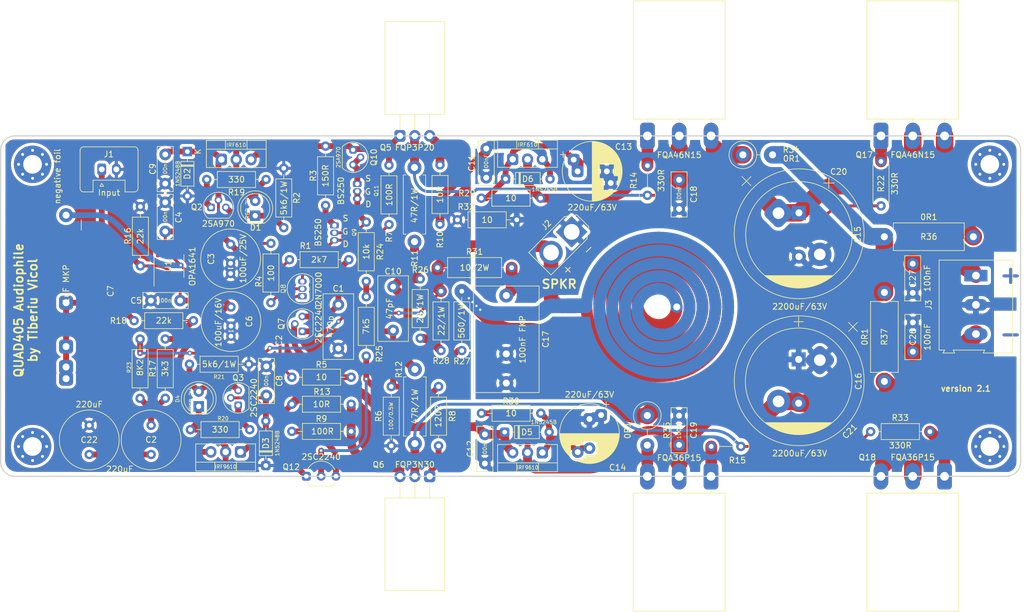
<source format=kicad_pcb>
(kicad_pcb (version 20211014) (generator pcbnew)
  (title_block (title "QUAD405 Reborn") (date "2021-04-15") (rev "17"))
  (layers (0 "F.Cu" signal) (31 "B.Cu" signal) (34 "B.Paste" user) (35 "F.Paste" user) (36 "B.SilkS" user "B.Silkscreen") (37 "F.SilkS" user "F.Silkscreen") (38 "B.Mask" user) (39 "F.Mask" user) (44 "Edge.Cuts" user))
  (net 0 "")
  (net 1 "GND")
  (net 2 "Net-(C1-Pad1)")
  (net 3 "Net-(C2-Pad1)")
  (net 4 "Net-(C3-Pad1)")
  (net 5 "Net-(C5-Pad2)")
  (net 6 "Net-(C16-Pad2)")
  (net 7 "Net-(C7-Pad2)")
  (net 8 "Net-(C8-Pad2)")
  (net 9 "Net-(C9-Pad2)")
  (net 10 "Net-(C10-Pad2)")
  (net 11 "Net-(C10-Pad1)")
  (net 12 "Net-(C11-Pad2)")
  (net 13 "GNDPWR")
  (net 14 "Net-(C12-Pad2)")
  (net 15 "Net-(C13-Pad1)")
  (net 16 "Net-(C14-Pad2)")
  (net 17 "Net-(C15-Pad1)")
  (net 18 "Net-(R17-Pad2)")
  (net 19 "Net-(C17-Pad1)")
  (net 20 "Net-(D1-Pad1)")
  (net 21 "Net-(D4-Pad2)")
  (net 22 "Net-(L1-Pad2)")
  (net 23 "Net-(J2-Pad2)")
  (net 24 "Net-(Q2-Pad1)")
  (net 25 "Net-(Q3-Pad1)")
  (net 26 "Net-(Q8-Pad2)")
  (net 27 "Net-(Q5-Pad3)")
  (net 28 "Net-(Q5-Pad2)")
  (net 29 "Net-(Q5-Pad1)")
  (net 30 "Net-(Q6-Pad3)")
  (net 31 "Net-(Q6-Pad2)")
  (net 32 "Net-(Q6-Pad1)")
  (net 33 "Net-(Q15-Pad1)")
  (net 34 "Net-(Q16-Pad1)")
  (net 35 "Net-(C7-Pad1)")
  (net 36 "Net-(J1-Pad2)")
  (net 37 "Net-(R24-Pad2)")
  (net 38 "Net-(R26-Pad2)")
  (net 39 "Net-(Q8-Pad1)")
  (net 40 "Net-(Q7-Pad2)")
  (net 41 "Net-(Q10-Pad2)")
  (net 42 "Net-(Q12-Pad2)")
  (net 43 "Net-(Q12-Pad3)")
  (net 44 "Net-(Q8-Pad3)")
  (net 45 "Net-(Q11-Pad2)")
  (net 46 "Net-(Q9-Pad1)")
  (net 47 "Net-(Q15-Pad3)")
  (net 48 "Net-(Q16-Pad3)")
  (net 49 "Net-(Q17-Pad1)")
  (net 50 "Net-(Q17-Pad3)")
  (net 51 "Net-(Q18-Pad1)")
  (net 52 "Net-(Q18-Pad3)")
  (net 53 "Net-(C2-Pad2)")
  (footprint "Resistor_THT:R_Axial_DIN0411_L9.9mm_D3.6mm_P12.70mm_Horizontal" (layer "F.Cu") (at 121.057419 101.099502 -90)
    (fp_text reference "R12")
    (fp_text value "47R/1W")
  )
  (footprint "MountingHole:MountingHole_3.2mm_M3_Pad_Via" (layer "F.Cu") (at 55.581419 114.309502)
    (fp_text reference "H1" hide)
    (fp_text value "MountingHole" hide)
  )
  (footprint "MountingHole:MountingHole_3.2mm_M3_Pad_Via" (layer "F.Cu") (at 219.53576 65.979502)
    (fp_text reference "H1" hide)
    (fp_text value "MountingHole" hide)
  )
  (footprint "Resistor_THT:R_Axial_DIN0414_L11.9mm_D4.5mm_P5.08mm_Vertical" (layer "F.Cu") (at 160.872979 108.999502 -90)
    (fp_text reference "R35")
    (fp_text value "0R1")
  )
  (footprint "Resistor_THT:R_Axial_DIN0207_L6.3mm_D2.5mm_P10.16mm_Horizontal" (layer "F.Cu") (at 142.597419 71.779502 180)
    (fp_text reference "R29")
    (fp_text value "10")
  )
  (footprint "Package_TO_SOT_THT:TO-220-3_Vertical" (layer "F.Cu") (at 87.927419 65.154502)
    (fp_text reference "Q1" hide)
    (fp_text value "IRF610")
  )
  (footprint "Resistor_THT:R_Axial_DIN0207_L6.3mm_D2.5mm_P10.16mm_Horizontal" (layer "F.Cu") (at 129.097419 97.879502 90)
    (fp_text reference "R27")
    (fp_text value "560/1W")
  )
  (footprint "Capacitor_THT:C_Disc_D7.5mm_W2.5mm_P5.00mm" (layer "F.Cu") (at 78.302979 69.289502 90)
    (fp_text reference "C9")
    (fp_text value "100nF")
  )
  (footprint "Resistor_THT:R_Axial_DIN0207_L6.3mm_D2.5mm_P10.16mm_Horizontal" (layer "F.Cu") (at 199.12 111.76)
    (fp_text reference "R33")
    (fp_text value "330R")
  )
  (footprint "Resistor_THT:R_Axial_DIN0207_L6.3mm_D2.5mm_P10.16mm_Horizontal" (layer "F.Cu") (at 125.117419 104.039502 -90)
    (fp_text reference "R8")
    (fp_text value "120R")
  )
  (footprint "Package_TO_SOT_THT:TO-220-3_Vertical" (layer "F.Cu") (at 142.897502 115.344502 180)
    (fp_text reference "Q14" hide)
    (fp_text value "IRF9610")
  )
  (footprint "Resistor_THT:R_Axial_DIN0207_L6.3mm_D2.5mm_P10.16mm_Horizontal" (layer "F.Cu") (at 116.627419 76.289502 90)
    (fp_text reference "R7")
    (fp_text value "100R")
  )
  (footprint "Resistor_THT:R_Axial_DIN0207_L6.3mm_D2.5mm_P10.16mm_Horizontal" (layer "F.Cu") (at 121.977419 85.609502 -90)
    (fp_text reference "R26")
    (fp_text value "22/1W")
  )
  (footprint "Resistor_THT:R_Axial_DIN0207_L6.3mm_D2.5mm_P10.16mm_Horizontal" (layer "F.Cu") (at 125.367419 76.239502 90)
    (fp_text reference "R10")
    (fp_text value "10R")
  )
  (footprint "Capacitor_THT:CP_Radial_D10.0mm_P5.00mm_P7.50mm" (layer "F.Cu") (at 148.937419 67.179502)
    (fp_text reference "C13")
    (fp_text value "220uF/63V")
  )
  (footprint "Package_TO_SOT_THT:TO-220-3_Horizontal_TabDown" (layer "F.Cu") (at 118.511419 61.109502)
    (fp_text reference "Q5")
    (fp_text value "FQP3P20")
  )
  (footprint "MountingHole:MountingHole_3.2mm_M3_Pad_Via" (layer "F.Cu") (at 219.54576 114.309502)
    (fp_text reference "H1" hide)
    (fp_text value "MountingHole" hide)
  )
  (footprint "Diode_THT:D_DO-35_SOD27_P7.62mm_Horizontal" (layer "F.Cu") (at 136.442825 111.849502)
    (fp_text reference "D5")
    (fp_text value "1N5245B")
  )
  (footprint "Capacitor_THT:C_Disc_D11.0mm_W5.0mm_P7.50mm" (layer "F.Cu") (at 107.957419 90.019502 -90)
    (fp_text reference "C1")
    (fp_text value "470p")
  )
  (footprint "Package_TO_SOT_THT:TO-220-3_Vertical" (layer "F.Cu") (at 137.817419 65.114502)
    (fp_text reference "Q13" hide)
    (fp_text value "IRF610")
  )
  (footprint "Package_TO_SOT_THT:TO-92" (layer "F.Cu") (at 110.477419 63.499502 -90)
    (fp_text reference "Q10")
    (fp_text value "2SA970")
  )
  (footprint "Resistor_THT:R_Axial_DIN0207_L6.3mm_D2.5mm_P10.16mm_Horizontal" (layer "F.Cu") (at 99.99 102.44)
    (fp_text reference "R5")
    (fp_text value "10")
  )
  (footprint "Resistor_THT:R_Axial_DIN0207_L6.3mm_D2.5mm_P10.16mm_Horizontal" (layer "F.Cu") (at 83.132979 92.759502 180)
    (fp_text reference "R18")
    (fp_text value "22k")
  )
  (footprint "Connector_AMASS:AMASS_XT30U-F_1x02_P5.0mm_Vertical" (layer "F.Cu") (at 147.917387 77.552614 -135)
    (fp_text reference "J2")
    (fp_text value "Screw_Terminal_01x02" hide)
  )
  (footprint "Resistor_THT:R_Axial_DIN0414_L11.9mm_D4.5mm_P15.24mm_Horizontal" (layer "F.Cu") (at 201.48 87.92 -90)
    (fp_text reference "R37" hide)
    (fp_text value "0R1")
  )
  (footprint "Resistor_THT:R_Axial_DIN0207_L6.3mm_D2.5mm_P10.16mm_Horizontal" (layer "F.Cu") (at 112.737419 75.869502 -90)
    (fp_text reference "R24")
    (fp_text value "10k")
  )
  (footprint "Diode_THT:D_DO-35_SOD27_P7.62mm_Horizontal" (layer "F.Cu") (at 136.597419 68.489502)
    (fp_text reference "D6")
    (fp_text value "1N5245B")
  )
  (footprint "Resistor_THT:R_Axial_DIN0207_L6.3mm_D2.5mm_P10.16mm_Horizontal" (layer "F.Cu") (at 73.997419 106.069502 90)
    (fp_text reference "R23")
    (fp_text value "8K2")
  )
  (footprint "Capacitor_THT:C_Disc_D7.5mm_W2.5mm_P5.00mm" (layer "F.Cu") (at 166.322979 73.63 90)
    (fp_text reference "C18")
    (fp_text value "100nF")
  )
  (footprint "Package_TO_SOT_THT:TO-92L_Inline_Wide" (layer "F.Cu") (at 102.47 119.41)
    (fp_text reference "Q12")
    (fp_text value "2SC2240")
  )
  (footprint "Resistor_THT:R_Axial_DIN0207_L6.3mm_D2.5mm_P10.16mm_Horizontal" (layer "F.Cu") (at 110.15 107.07 180)
    (fp_text reference "R13")
    (fp_text value "10R")
  )
  (footprint "Resistor_THT:R_Axial_DIN0207_L6.3mm_D2.5mm_P10.16mm_Horizontal" (layer "F.Cu") (at 78.307419 106.059502 90)
    (fp_text reference "R17")
    (fp_text value "3k3")
  )
  (footprint "Capacitor_THT:C_Disc_D7.5mm_W2.5mm_P5.00mm" (layer "F.Cu") (at 133.287419 68.279502 90)
    (fp_text reference "C11")
    (fp_text value "100nF")
  )
  (footprint "L:L_new" (layer "F.Cu") (at 162.827419 90.400002 180)
    (fp_text reference "L1" hide)
    (fp_text value "1u2" hide)
  )
  (footprint "LED_THT:LED_D5.0mm_Clear" (layer "F.Cu") (at 93.717419 74.779502 90)
    (fp_text reference "D1")
    (fp_text value "RED 2V")
  )
  (footprint "Resistor_THT:R_Axial_DIN0207_L6.3mm_D2.5mm_P10.16mm_Horizontal" (layer "F.Cu") (at 112.737419 88.659502 -90)
    (fp_text reference "R25")
    (fp_text value "7k5")
  )
  (footprint "Package_TO_SOT_THT:TO-92L_Inline" (layer "F.Cu") (at 111.197419 69.329502 -90)
    (fp_text reference "Q11")
    (fp_text value "BS250")
  )
  (footprint "Resistor_THT:R_Axial_DIN0207_L6.3mm_D2.5mm_P10.16mm_Horizontal" (layer "F.Cu") (at 82.459856 100.219502)
    (fp_text reference "R21")
    (fp_text value "5k6/1W")
  )
  (footprint "MountingHole:MountingHole_3.2mm_M3_Pad_Via" (layer "F.Cu") (at 55.581419 65.979502)
    (fp_text reference "H1" hide)
    (fp_text value "MountingHole" hide)
  )
  (footprint "Capacitor_THT:C_Radial_D10.0mm_H12.5mm_P5.00mm" (layer "F.Cu") (at 75.887419 110.679502 -90)
    (fp_text reference "C2")
    (fp_text value "220uF")
  )
  (footprint "Diode_THT:D_DO-35_SOD27_P7.62mm_Horizontal" (layer "F.Cu") (at 95.537419 117.569502 90)
    (fp_text reference "D3")
    (fp_text value "1N5248B")
  )
  (footprint "Resistor_THT:R_Axial_DIN0207_L6.3mm_D2.5mm_P5.08mm_Vertical" (layer "F.Cu") (at 160.892979 71.284502 90)
    (fp_text reference "R14")
    (fp_text value "330R")
  )
  (footprint "Package_TO_SOT_THT:TO-92L_Inline" (layer "F.Cu") (at 107.287419 76.439502 -90)
    (fp_text reference "Q9")
    (fp_text value "BS250")
  )
  (footprint "Package_TO_SOT_THT:TO-92" (layer "F.Cu") (at 86.147419 73.359502)
    (fp_text reference "Q2")
    (fp_text value "2SA970")
  )
  (footprint "Capacitor_THT:CP_Radial_D18.0mm_P7.50mm" (layer "F.Cu") (at 186.792979 99.396188 -90)
    (fp_text reference "C16")
    (fp_text value "2200uF/63V" hide)
  )
  (footprint "Capacitor_THT:CP_Radial_D22.0mm_P10.00mm_SnapIn" (layer "F.Cu") (at 183.342979 74.337925 -45)
    (fp_text reference "C20")
    (fp_text value "2200uF/63V")
  )
  (footprint "Capacitor_THT:CP_Axial_L20.0mm_D13.0mm_P26.00mm_Horizontal" (layer "F.Cu") (at 61.32 74.689502 -90)
    (fp_text reference "C7")
    (fp_text value "1uF MKP")
  )
  (footprint "Package_TO_SOT_THT:TO-220-3_Horizontal_TabDown" (layer "F.Cu") (at 123.597419 119.414502 180)
    (fp_text reference "Q6")
    (fp_text value "FQP3N30")
  )
  (footprint "Capacitor_THT:C_Disc_D11.0mm_W5.0mm_P7.50mm" (layer "F.Cu") (at 117.337419 86.939502 -90)
    (fp_text reference "C10")
    (fp_text value "47pF")
  )
  (footprint "" (layer "F.Cu") (at 61.32 102.689502)
    (fp_text reference "")
    (fp_text value "")
  )
  (footprint "Resistor_THT:R_Axial_DIN0207_L6.3mm_D2.5mm_P10.16mm_Horizontal" (layer "F.Cu") (at 98.607419 76.819502 90)
    (fp_text reference "R2")
    (fp_text value "5k6/1W")
  )
  (footprint "" (layer "F.Cu") (at 61.32 97.189502)
    (fp_text reference "")
    (fp_text value "")
  )
  (footprint "Package_TO_SOT_THT:TO-92" (layer "F.Cu") (at 101.779919 94.579502 90)
    (fp_text reference "Q7")
    (fp_text value "2SC2240")
  )
  (footprint "Package_TO_SOT_THT:TO-92" (layer "F.Cu") (at 90.799919 107.249502 90)
    (fp_text reference "Q3")
    (fp_text value "2SC2240")
  )
  (footprint "Resistor_THT:R_Axial_DIN0207_L6.3mm_D2.5mm_P10.16mm_Horizontal" (layer "F.Cu") (at 99.99 111.72)
    (fp_text reference "R9")
    (fp_text value "100R")
  )
  (footprint "Capacitor_THT:C_Rect_L18.0mm_W11.0mm_P15.00mm_FKS3_FKP3" (layer "F.Cu") (at 136.717419 88.449502 -90)
    (fp_text reference "C17")
    (fp_text value "100nF FKP")
  )
  (footprint "Resistor_THT:R_Axial_DIN0207_L6.3mm_D2.5mm_P10.16mm_Horizontal" (layer "F.Cu") (at 125.537419 97.879502 90)
    (fp_text reference "R28")
    (fp_text value "22/1W")
  )
  (footprint "Package_SO:SOIC-8_3.9x4.9mm_P1.27mm" (layer "F.Cu") (at 78.941419 83.389502 90)
    (fp_text reference "U1")
    (fp_text value "OPA1641")
  )
  (footprint "Resistor_THT:R_Axial_DIN0207_L6.3mm_D2.5mm_P10.16mm_Horizontal" (layer "F.Cu") (at 96.402979 79.519502 -90)
    (fp_text reference "R4")
    (fp_text value "100")
  )
  (footprint "Resistor_THT:R_Axial_DIN0207_L6.3mm_D2.5mm_P5.08mm_Vertical" (layer "F.Cu") (at 176.9 114.3 180)
    (fp_text reference "R15")
    (fp_text value "330R")
  )
  (footprint "TerminalBlock:TerminalBlock_Altech_AK300-3_P5.00mm" (layer "F.Cu") (at 217.15576 85.044502 -90)
    (fp_text reference "J3")
    (fp_text value "Screw_Terminal_01x03" hide)
  )
  (footprint "Resistor_THT:R_Axial_DIN0414_L11.9mm_D4.5mm_P15.24mm_Horizontal" (layer "F.Cu") (at 216.71 78.38 180)
    (fp_text reference "R36" hide)
    (fp_text value "0R1")
  )
  (footprint "Package_TO_SOT_THT:TO-220-3_Vertical" (layer "F.Cu") (at 91.189856 115.234502 180)
    (fp_text reference "Q4" hide)
    (fp_text value "IRF9610")
  )
  (footprint "Resistor_THT:R_Axial_DIN0207_L6.3mm_D2.5mm_P10.16mm_Horizontal" (layer "F.Cu") (at 82.617419 111.419502)
    (fp_text reference "R20")
    (fp_text value "330")
  )
  (footprint "Package_TO_SOT_THT:TO-3P-3_Horizontal_TabDown" (layer "F.Cu") (at 160.892979 61.109502)
    (fp_text reference "Q15" hide)
    (fp_text value "FQA46N15")
  )
  (footprint "Capacitor_THT:C_Radial_D10.0mm_H12.5mm_P5.00mm" (layer "F.Cu") (at 89.562979 95.409502 90)
    (fp_text reference "C6")
    (fp_text value "100uF/16V")
  )
  (footprint "Capacitor_THT:C_Disc_D7.5mm_W2.5mm_P5.00mm" (layer "F.Cu") (at 78.302979 72.479502 -90)
    (fp_text reference "C4")
    (fp_text value "100nF")
  )
  (footprint "Resistor_THT:R_Axial_DIN0207_L6.3mm_D2.5mm_P7.62mm_Horizontal" (layer "F.Cu") (at 200.9 73.1 90)
    (fp_text reference "R22" hide)
    (fp_text value "330R")
  )
  (footprint "Package_TO_SOT_THT:TO-3P-3_Horizontal_TabDown" (layer "F.Cu") (at 200.892979 61.109502)
    (fp_text reference "Q17")
    (fp_text value "FQA46N15")
  )
  (footprint "Resistor_THT:R_Axial_DIN0411_L9.9mm_D3.6mm_P12.70mm_Horizontal" (layer "F.Cu") (at 120.997419 66.519502 -90)
    (fp_text reference "R11")
    (fp_text value "47R/1W")
  )
  (footprint "Connector_Stocko:Stocko_MKS_1651-6-0-202_1x2_P2.50mm_Vertical" (layer "F.Cu") (at 67.432979 66.839502)
    (fp_text reference "J1")
    (fp_text value "Input")
  )
  (footprint "Resistor_THT:R_Axial_DIN0207_L6.3mm_D2.5mm_P10.16mm_Horizontal" (layer "F.Cu") (at 117.017419 104.039502 -90)
    (fp_text reference "R6")
    (fp_text value "100/0.5W")
  )
  (footprint "Resistor_THT:R_Axial_DIN0309_L9.0mm_D3.2mm_P12.70mm_Horizontal" (layer "F.Cu") (at 124.937419 83.669502)
    (fp_text reference "R31")
    (fp_text value "10/2W")
  )
  (footprint "Resistor_THT:R_Axial_DIN0414_L11.9mm_D4.5mm_P5.08mm_Vertical" (layer "F.Cu") (at 177.245 64.35)
    (fp_text reference "R34")
    (fp_text value "0R1")
  )
  (footprint "Capacitor_THT:C_Disc_D7.5mm_W2.5mm_P5.00mm" (layer "F.Cu") (at 95.627419 100.579502 -90)
    (fp_text reference "C8")
    (fp_text value "100nF")
  )
  (footprint "Capacitor_THT:CP_Radial_D22.0mm_P10.00mm_SnapIn" (layer "F.Cu") (at 190.422979 99.513968 -135)
    (fp_text reference "C21")
    (fp_text value "2200uF/63V")
  )
  (footprint "Capacitor_THT:C_Disc_D7.5mm_W2.5mm_P5.00mm" (layer "F.Cu") (at 133.050127 117.229502 90)
    (fp_text reference "C12")
    (fp_text value "100nF")
  )
  (footprint "Capacitor_THT:C_Disc_D7.5mm_W2.5mm_P5.00mm" (layer "F.Cu") (at 166.312979 114.029502 90)
    (fp_text reference "C19")
    (fp_text value "100nF")
  )
  (footprint "Capacitor_THT:C_Disc_D7.5mm_W2.5mm_P5.00mm" (layer "F.Cu") (at 75.857419 89.309502)
    (fp_text reference "C5")
    (fp_text value "100nF")
  )
  (footprint "Package_TO_SOT_THT:TO-92_Inline" (layer "F.Cu") (at 101.787419 88.569502 90)
    (fp_text reference "Q8")
    (fp_text value "2N7000")
  )
  (footprint "Resistor_THT:R_Axial_DIN0207_L6.3mm_D2.5mm_P10.16mm_Horizontal" (layer "F.Cu") (at 142.627419 108.619502 180)
    (fp_text reference "R30")
    (fp_text value "10")
  )
  (footprint "Resistor_THT:R_Axial_DIN0207_L6.3mm_D2.5mm_P10.16mm_Horizontal" (layer "F.Cu") (at 128.357419 75.479502)
    (fp_text reference "R32")
    (fp_text value "10")
  )
  (footprint "Capacitor_THT:C_Disc_D7.5mm_W2.5mm_P5.00mm" (layer "F.Cu") (at 206.332979 88 90)
    (fp_text reference "C27" hide)
    (fp_text value "100nF")
  )
  (footprint "Resistor_THT:R_Axial_DIN0207_L6.3mm_D2.5mm_P10.16mm_Horizontal" (layer "F.Cu") (at 99.587419 82.309502)
    (fp_text reference "R1")
    (fp_text value "2k7")
  )
  (footprint "Capacitor_THT:CP_Radial_D10.0mm_P5.00mm_P7.50mm" (layer "F.Cu") (at 150.96 109.6 -90)
    (fp_text reference "C14")
    (fp_text value "220uF/63V")
  )
  (footprint "Capacitor_THT:C_Radial_D10.0mm_H12.5mm_P5.00mm" (layer "F.Cu") (at 65.29 110.68 -90)
    (fp_text reference "C22")
    (fp_text value "220uF")
  )
  (footprint "LED_THT:LED_D5.0mm_Clear" (layer "F.Cu") (at 84.039856 107.439502 90)
    (fp_text reference "D4")
    (fp_text value "RED 2V")
  )
  (footprint "Capacitor_THT:CP_Radial_D18.0mm_P7.50mm" (layer "F.Cu") (at 186.842979 74.287925 -90)
    (fp_text reference "C15")
    (fp_text value "2200uF/63V" hide)
  )
  (footprint "" (layer "F.Cu") (at 61.32 89.689502)
    (fp_text reference "")
    (fp_text value "")
  )
  (footprint "Diode_THT:D_DO-35_SOD27_P7.62mm_Horizontal" (layer "F.Cu") (at 82.097419 63.789502 -90)
    (fp_text reference "D2")
    (fp_text value "1N5248B")
  )
  (footprint "Capacitor_THT:C_Radial_D10.0mm_H12.5mm_P5.00mm" (layer "F.Cu") (at 89.502979 79.679502 -90)
    (fp_text reference "C3")
    (fp_text value "100uF/25V")
  )
  (footprint "Resistor_THT:R_Axial_DIN0207_L6.3mm_D2.5mm_P10.16mm_Horizontal" (layer "F.Cu") (at 95.577419 68.579502 180)
    (fp_text reference "R19")
    (fp_text value "330")
  )
  (footprint "Package_TO_SOT_THT:TO-3P-3_Horizontal_TabDown" (layer "F.Cu") (at 211.782979 119.419502 180)
    (fp_text reference "Q18")
    (fp_text value "FQA36P15")
  )
  (footprint "Capacitor_THT:C_Disc_D7.5mm_W2.5mm_P5.00mm" (layer "F.Cu") (at 206.352979 98.06 90)
    (fp_text reference "C26")
    (fp_text value "100nF")
  )
  (footprint "Resistor_THT:R_Axial_DIN0207_L6.3mm_D2.5mm_P10.16mm_Horizontal" (layer "F.Cu") (at 105.767419 62.862002 -90)
    (fp_text reference "R3")
    (fp_text value "150R")
  )
  (footprint "Package_TO_SOT_THT:TO-3P-3_Horizontal_TabDown" (layer "F.Cu") (at 171.782979 119.419502 180)
    (fp_text reference "Q16" hide)
    (fp_text value "FQA36P15")
  )
  (footprint "Resistor_THT:R_Axial_DIN0207_L6.3mm_D2.5mm_P10.16mm_Horizontal" (layer "F.Cu") (at 74.047419 73.219502 -90)
    (fp_text reference "R16")
    (fp_text value "22k")
  )
  (gr_line (start 52.567419 61.109502) (end 222.362979 61.109502) (layer "Edge.Cuts") (width 0.2))
  (gr_arc (start 222.362979 61.109502) (mid 224.09539 61.82709) (end 224.812978 63.559501) (layer "Edge.Cuts") (width 0.2))
  (gr_line (start 224.812979 63.559502) (end 224.800567 116.967091) (layer "Edge.Cuts") (width 0.2))
  (gr_line (start 52.555007 119.417091) (end 222.350568 119.41709) (layer "Edge.Cuts") (width 0.2))
  (gr_arc (start 52.555007 119.417091) (mid 50.822595 118.699503) (end 50.105007 116.967091) (layer "Edge.Cuts") (width 0.2))
  (gr_line (start 50.117419 63.559502) (end 50.105007 116.967091) (layer "Edge.Cuts") (width 0.2))
  (gr_arc (start 224.800567 116.967091) (mid 224.082979 118.699502) (end 222.350568 119.41709) (layer "Edge.Cuts") (width 0.2))
  (gr_arc (start 50.117419 63.559502) (mid 50.835007 61.827091) (end 52.567418 61.109503) (layer "Edge.Cuts") (width 0.2))
  (gr_text "-" (at 223.102979 94.969502) (layer "F.Cu") (effects (font (size 3 3) (thickness 0.5))))
  (gr_text "+" (at 223.102979 84.869502) (layer "F.Cu") (effects (font (size 3 3) (thickness 0.5))))
  (gr_text "-" (at 223.102979 94.969502) (layer "B.Cu") (effects (font (size 3 3) (thickness 0.5))))
  (gr_text "+" (at 223.102979 84.869502) (layer "B.Cu") (effects (font (size 3 3) (thickness 0.5))))
  (gr_text "QUAD405 Audiophile\nby Tiberiu Vicol" (at 54.42444 90.989502 90) (layer "F.SilkS") (effects (font (size 1.5 1.5) (thickness 0.3))))
  (gr_text "G" (at 109.147419 77.489502) (layer "F.SilkS") (effects (font (size 1 1))))
  (gr_text "D" (at 113.097419 72.819502) (layer "F.SilkS") (effects (font (size 1 1))))
  (gr_text "S" (at 113.057419 68.409502) (layer "F.SilkS") (effects (font (size 1 1))))
  (gr_text "G" (at 113.017419 70.669502) (layer "F.SilkS") (effects (font (size 1 1))))
  (gr_text "version 2.1" (at 215.43 104.39) (layer "F.SilkS") (effects (font (size 1 1) (thickness 0.2))))
  (gr_text "S" (at 109.187419 75.229502) (layer "F.SilkS") (effects (font (size 1 1))))
  (gr_text "SPKR" (at 145.78 86.5) (layer "F.SilkS") (effects (font (size 1.5 1.5) (thickness 0.3))))
  (gr_text "D" (at 109.217419 79.639502) (layer "F.SilkS") (effects (font (size 1 1))))
  (segment (start 108.836099 83.220822) (end 109.747419 82.309502) (width 1) (layer "F.Cu") (net 2))
  (segment (start 101.779919 92.039502) (end 104.694778 92.039502) (width 1) (layer "F.Cu") (net 2))
  (segment (start 106.816099 91.160822) (end 107.957419 90.019502) (width 1) (layer "F.Cu") (net 2))
  (segment (start 107.957419 90.019502) (end 107.957419 85.342143) (width 1) (layer "F.Cu") (net 2))
  (arc (start 104.694778 92.039502) (mid 105.842829 91.81114) (end 106.816099 91.160822) (width 1) (layer "F.Cu") (net 2))
  (arc (start 108.836099 83.220822) (mid 108.18578 84.194092) (end 107.957419 85.342143) (width 1) (layer "F.Cu") (net 2))
  (segment (start 76.473206 107.893715) (end 78.307419 106.059502) (width 1) (layer "F.Cu") (net 3))
  (segment (start 75.887419 110.679502) (end 75.887419 109.307929) (width 1) (layer "F.Cu") (net 3))
  (segment (start 75.887419 110.679502) (end 75.887419 108.787929) (width 1) (layer "F.Cu") (net 3))
  (segment (start 75.301632 107.373715) (end 73.997419 106.069502) (width 1) (layer "F.Cu") (net 3))
  (arc (start 75.887419 108.787929) (mid 75.735178 108.022562) (end 75.301632 107.373715) (width 1) (layer "F.Cu") (net 3))
  (arc (start 76.473206 107.893715) (mid 76.03966 108.542562) (end 75.887419 109.307929) (width 1) (layer "F.Cu") (net 3))
  (segment (start 93.007419 65.154502) (end 93.832419 64.329502) (width 1) (layer "F.Cu") (net 4))
  (segment (start 93.832419 64.329502) (end 98.524778 64.329502) (width 1) (layer "F.Cu") (net 4))
  (segment (start 91.044299 81.220822) (end 89.502979 79.679502) (width 1) (layer "F.Cu") (net 4))
  (segment (start 100.83874 77.928181) (end 97.546098 81.220823) (width 1) (layer "F.Cu") (net 4))
  (segment (start 78.302979 80.911062) (end 78.306419 80.914502) (width 0.5) (layer "F.Cu") (net 4))
  (segment (start 78.302979 77.479502) (end 86.060338 77.479502) (width 1) (layer "F.Cu") (net 4))
  (segment (start 100.646098 65.208181) (end 100.838739 65.400822) (width 1) (layer "F.Cu") (net 4))
  (segment (start 78.302979 77.479502) (end 78.302979 80.911062) (width 0.5) (layer "F.Cu") (net 4))
  (segment (start 95.424778 82.099502) (end 93.16562 82.099502) (width 1) (layer "F.Cu") (net 4))
  (segment (start 101.717419 67.522143) (end 101.717419 75.806861) (width 1) (layer "F.Cu") (net 4))
  (segment (start 88.181659 78.358182) (end 89.502979 79.679502) (width 1) (layer "F.Cu") (net 4))
  (arc (start 101.717419 75.806861) (mid 101.489058 76.954911) (end 100.83874 77.928181) (width 1) (layer "F.Cu") (net 4))
  (arc (start 91.044299 81.220822) (mid 92.017569 81.871141) (end 93.16562 82.099502) (width 1) (layer "F.Cu") (net 4))
  (arc (start 98.524778 64.329502) (mid 99.672828 64.557863) (end 100.646098 65.208181) (width 1) (layer "F.Cu") (net 4))
  (arc (start 100.838739 65.400822) (mid 101.489058 66.374092) (end 101.717419 67.522143) (width 1) (layer "F.Cu") (net 4))
  (arc (start 88.181659 78.358182) (mid 87.208389 77.707863) (end 86.060338 77.479502) (width 1) (layer "F.Cu") (net 4))
  (arc (start 97.546098 81.220823) (mid 96.572828 81.871141) (end 95.424778 82.099502) (width 1) (layer "F.Cu") (net 4))
  (segment (start 82.413739 114.355822) (end 81.538524 113.480607) (width 1) (layer "F.Cu") (net 5))
  (segment (start 80.857419 89.309502) (end 80.857419 85.875502) (width 0.5) (layer "F.Cu") (net 5))
  (segment (start 80.659845 111.359287) (end 80.659845 100.610867) (width 1) (layer "F.Cu") (net 5))
  (segment (start 86.109856 115.234502) (end 84.53506 115.234502) (width 1) (layer "F.Cu") (net 5))
  (segment (start 88.790142 90.409502) (end 89.562979 90.409502) (width 1) (layer "F.Cu") (net 5))
  (segment (start 88.755872 89.602395) (end 89.562979 90.409502) (width 1) (layer "F.Cu") (net 5))
  (segment (start 80.857419 89.309502) (end 88.048765 89.309502) (width 1) (layer "F.Cu") (net 5))
  (segment (start 80.857419 85.875502) (end 80.846419 85.864502) (width 0.5) (layer "F.Cu") (net 5))
  (segment (start 82.124311 97.075333) (end 88.790142 90.409502) (width 1) (layer "F.Cu") (net 5))
  (segment (start 80.846419 89.298502) (end 80.857419 89.309502) (width 0.6) (layer "F.Cu") (net 5))
  (segment (start 80.659845 89.507076) (end 80.857419 89.309502) (width 1) (layer "F.Cu") (net 5))
  (arc (start 82.413739 114.355822) (mid 83.387009 115.006141) (end 84.53506 115.234502) (width 1) (layer "F.Cu") (net 5))
  (arc (start 88.755872 89.602395) (mid 88.431449 89.385622) (end 88.048765 89.309502) (width 1) (layer "F.Cu") (net 5))
  (arc (start 80.659845 100.610867) (mid 81.040447 98.69745) (end 82.124311 97.075333) (width 1) (layer "F.Cu") (net 5))
  (arc (start 81.538524 113.480607) (mid 80.888206 112.507337) (end 80.659845 111.359287) (width 1) (layer "F.Cu") (net 5))
  (segment (start 206.352979 98.06) (end 212.069194 98.06) (width 3) (layer "F.Cu") (net 6))
  (segment (start 181.351911 108.585036) (end 173.828513 108.585036) (width 3) (layer "F.Cu") (net 6))
  (segment (start 186.481827 106.585036) (end 186.792979 106.896188) (width 2) (layer "F.Cu") (net 6))
  (segment (start 139.478822 110.710905) (end 138.266098 109.498181) (width 1) (layer "F.Cu") (net 6))
  (segment (start 154.344466 116.715534) (end 158.055534 113.004466) (width 1.5) (layer "F.Cu") (net 6))
  (segment (start 165.287943 113.004466) (end 166.312979 114.029502) (width 1) (layer "F.Cu") (net 6))
  (segment (start 170.292979 110.049502) (end 166.312979 114.029502) (width 3) (layer "F.Cu") (net 6))
  (segment (start 136.144778 108.619502) (end 132.467419 108.619502) (width 1) (layer "F.Cu") (net 6))
  (segment (start 140.357502 115.344502) (end 140.357502 116.703288) (width 1.5) (layer "F.Cu") (net 6))
  (segment (start 141.834214 118.18) (end 150.808932 118.18) (width 1.5) (layer "F.Cu") (net 6))
  (segment (start 161.591068 111.54) (end 161.752409 111.54) (width 1) (layer "F.Cu") (net 6))
  (segment (start 140.357502 115.344502) (end 140.357502 112.832226) (width 1) (layer "F.Cu") (net 6))
  (segment (start 206.352979 98.06) (end 206.352979 119.399502) (width 3) (layer "F.Cu") (net 6))
  (segment (start 215.604728 96.595534) (end 217.15576 95.044502) (width 3) (layer "F.Cu") (net 6))
  (segment (start 201.451068 98.06) (end 206.352979 98.06) (width 3) (layer "F.Cu") (net 6))
  (segment (start 183.351911 106.585036) (end 186.481827 106.585036) (width 3) (layer "F.Cu") (net 6))
  (segment (start 140.650395 117.410395) (end 141.127107 117.887107) (width 1.5) (layer "F.Cu") (net 6))
  (segment (start 186.792979 106.896188) (end 188.472744 106.896188) (width 3) (layer "F.Cu") (net 6))
  (segment (start 192.008278 105.431722) (end 197.915534 99.524466) (width 3) (layer "F.Cu") (net 6))
  (segment (start 166.312979 114.029502) (end 166.312979 117.069502) (width 3) (layer "F.Cu") (net 6))
  (segment (start 166.312979 117.069502) (end 166.302979 117.079502) (width 1.25) (layer "F.Cu") (net 6))
  (segment (start 183.351911 106.585036) (end 181.351911 108.585036) (width 3) (layer "F.Cu") (net 6))
  (segment (start 206.352979 119.399502) (end 206.332979 119.419502) (width 2.5) (layer "F.Cu") (net 6))
  (arc (start 192.008278 105.431722) (mid 190.386161 106.515586) (end 188.472744 106.896188) (width 3) (layer "F.Cu") (net 6))
  (arc (start 140.357502 116.703288) (mid 140.433622 117.085971) (end 140.650395 117.410395) (width 1.5) (layer "F.Cu") (net 6))
  (arc (start 173.828513 108.585036) (mid 171.915096 108.965638) (end 170.292979 110.049502) (width 3) (layer "F.Cu") (net 6))
  (arc (start 136.144778 108.619502) (mid 137.292828 108.847863) (end 138.266098 109.498181) (width 1) (layer "F.Cu") (net 6))
  (arc (start 158.055534 113.004466) (mid 159.677651 111.920602) (end 161.591068 111.54) (width 1.5) (layer "F.Cu") (net 6))
  (arc (start 201.451068 98.06) (mid 199.537651 98.440602) (end 197.915534 99.524466) (width 3) (layer "F.Cu") (net 6))
  (arc (start 165.287943 113.004466) (mid 163.665826 111.920602) (end 161.752409 111.54) (width 1.5) (layer "F.Cu") (net 6))
  (arc (start 141.127107 117.887107) (mid 141.45153 118.10388) (end 141.834214 118.18) (width 1.5) (layer "F.Cu") (net 6))
  (arc (start 154.344466 116.715534) (mid 152.722349 117.799398) (end 150.808932 118.18) (width 1.5) (layer "F.Cu") (net 6))
  (arc (start 139.478822 110.710905) (mid 140.129141 111.684175) (end 140.357502 112.832226) (width 1) (layer "F.Cu") (net 6))
  (arc (start 212.069194 98.06) (mid 213.982611 97.679398) (end 215.604728 96.595534) (width 3) (layer "F.Cu") (net 6))
  (segment (start 69.902979 89.689502) (end 72.972979 92.759502) (width 1) (layer "F.Cu") (net 7))
  (segment (start 61.32 89.689502) (end 69.902979 89.689502) (width 1) (layer "F.Cu") (net 7))
  (segment (start 61.32 89.689502) (end 61.32 102.689502) (width 1) (layer "F.Cu") (net 7))
  (segment (start 95.227419 105.979502) (end 95.627419 105.579502) (width 0.5) (layer "F.Cu") (net 8))
  (segment (start 95.537419 111.323519) (end 91.626436 115.234502) (width 1) (layer "F.Cu") (net 8))
  (segment (start 95.537419 105.669502) (end 95.627419 105.579502) (width 1) (layer "F.Cu") (net 8))
  (segment (start 95.237419 105.969502) (end 95.627419 105.579502) (width 1) (layer "F.Cu") (net 8))
  (segment (start 95.537419 109.949502) (end 95.537419 111.323519) (width 1) (layer "F.Cu") (net 8))
  (segment (start 95.537419 109.949502) (end 95.537419 105.669502) (width 1) (layer "F.Cu") (net 8))
  (segment (start 89.529919 105.979502) (end 95.227419 105.979502) (width 0.5) (layer "F.Cu") (net 8))
  (segment (start 91.626436 115.234502) (end 91.189856 115.234502) (width 1) (layer "F.Cu") (net 8))
  (segment (start 87.417419 65.664502) (end 87.927419 65.154502) (width 1) (layer "F.Cu") (net 9))
  (segment (start 82.097419 63.789502) (end 78.802979 63.789502) (width 1) (layer "F.Cu") (net 9))
  (segment (start 82.097419 63.789502) (end 85.319778 63.789502) (width 1) (layer "F.Cu") (net 9))
  (segment (start 78.802979 63.789502) (end 78.302979 64.289502) (width 1) (layer "F.Cu") (net 9))
  (segment (start 87.417419 72.089502) (end 87.417419 73.786861) (width 0.5) (layer "F.Cu") (net 9))
  (segment (start 87.441099 64.668182) (end 87.927419 65.154502) (width 1) (layer "F.Cu") (net 9))
  (segment (start 87.417419 72.089502) (end 87.417419 65.664502) (width 1) (layer "F.Cu") (net 9))
  (segment (start 93.15006 79.519502) (end 96.402979 79.519502) (width 0.5) (layer "F.Cu") (net 9))
  (segment (start 88.296099 75.908182) (end 91.02874 78.640823) (width 0.5) (layer "F.Cu") (net 9))
  (arc (start 87.417419 73.786861) (mid 87.64578 74.934912) (end 88.296099 75.908182) (width 0.5) (layer "F.Cu") (net 9))
  (arc (start 93.15006 79.519502) (mid 92.00201 79.291141) (end 91.02874 78.640823) (width 0.5) (layer "F.Cu") (net 9))
  (arc (start 85.319778 63.789502) (mid 86.467829 64.017864) (end 87.441099 64.668182) (width 1) (layer "F.Cu") (net 9))
  (segment (start 128.467419 97.879502) (end 123.186098 103.160823) (width 1) (layer "F.Cu") (net 10))
  (segment (start 129.097419 97.879502) (end 128.467419 97.879502) (width 1) (layer "F.Cu") (net 10))
  (segment (start 121.064778 104.039502) (end 117.017419 104.039502) (width 1) (layer "F.Cu") (net 10))
  (segment (start 117.337419 103.719502) (end 117.017419 104.039502) (width 1) (layer "F.Cu") (net 10))
  (segment (start 101.779919 94.579502) (end 117.197419 94.579502) (width 1) (layer "F.Cu") (net 10))
  (segment (start 117.337419 94.439502) (end 117.337419 103.719502) (width 1) (layer "F.Cu") (net 10))
  (segment (start 117.197419 94.579502) (end 117.337419 94.439502) (width 1) (layer "F.Cu") (net 10))
  (arc (start 121.064778 104.039502) (mid 122.212828 103.811141) (end 123.186098 103.160823) (width 1) (layer "F.Cu") (net 10))
  (segment (start 120.997419 84.215288) (end 120.997419 79.219502) (width 1.5) (layer "F.Cu") (net 11))
  (segment (start 120.997419 82.141502) (end 120.997419 79.219502) (width 1.5) (layer "F.Cu") (net 11))
  (segment (start 119.857419 99.899502) (end 119.857419 90.702143) (width 1.5) (layer "F.Cu") (net 11))
  (segment (start 118.374526 85.902395) (end 117.337419 86.939502) (width 1.5) (layer "F.Cu") (net 11))
  (segment (start 121.977419 85.609502) (end 119.081633 85.609502) (width 1.5) (layer "F.Cu") (net 11))
  (segment (start 121.977419 85.609502) (end 121.290312 84.922395) (width 1.5) (layer "F.Cu") (net 11))
  (segment (start 118.978739 88.580822) (end 117.337419 86.939502) (width 1.5) (layer "F.Cu") (net 11))
  (segment (start 121.057419 101.099502) (end 119.857419 99.899502) (width 1.5) (layer "F.Cu") (net 11))
  (arc (start 119.857419 90.702143) (mid 119.629057 89.554092) (end 118.978739 88.580822) (width 1.5) (layer "F.Cu") (net 11))
  (arc (start 121.290312 84.922395) (mid 121.073539 84.597972) (end 120.997419 84.215288) (width 1.5) (layer "F.Cu") (net 11))
  (arc (start 118.374526 85.902395) (mid 118.698949 85.685622) (end 119.081633 85.609502) (width 1.5) (layer "F.Cu") (net 11))
  (segment (start 91.529133 62.862002) (end 105.767419 62.862002) (width 1) (layer "F.Cu") (net 12))
  (segment (start 143.338739 65.555822) (end 142.897419 65.114502) (width 1) (layer "F.Cu") (net 12))
  (segment (start 93.717419 72.239502) (end 93.717419 71.682143) (width 1) (layer "F.Cu") (net 12))
  (segment (start 110.477419 63.499502) (end 110.60693 63.369991) (width 1) (layer "F.Cu") (net 12))
  (segment (start 90.467419 65.154502) (end 90.467419 64.885722) (width 1) (layer "F.Cu") (net 12))
  (segment (start 90.760312 63.216609) (end 90.822026 63.154895) (width 1) (layer "F.Cu") (net 12))
  (segment (start 118.605846 71.335288) (end 120.980564 71.335288) (width 1) (layer "F.Cu") (net 12))
  (segment (start 110.60693 63.369991) (end 112.563694 63.369991) (width 1) (layer "F.Cu") (net 12))
  (segment (start 114.047419 65.267929) (end 114.047419 66.776861) (width 1) (layer "F.Cu") (net 12))
  (segment (start 91.346099 69.868182) (end 93.717419 72.239502) (width 1) (layer "F.Cu") (net 12))
  (segment (start 125.367419 76.239502) (end 125.367419 74.479502) (width 1.5) (layer "F.Cu") (net 12))
  (segment (start 114.926099 68.898182) (end 116.484526 70.456609) (width 1) (layer "F.Cu") (net 12))
  (segment (start 109.839919 62.862002) (end 110.477419 63.499502) (width 1) (layer "F.Cu") (net 12))
  (segment (start 125.367419 73.02616) (end 125.347419 73.00616) (width 1) (layer "F.Cu") (net 12))
  (segment (start 90.467419 65.154502) (end 90.467419 67.746861) (width 1) (layer "F.Cu") (net 12))
  (segment (start 123.101885 72.213968) (end 125.367419 74.479502) (width 1) (layer "F.Cu") (net 12))
  (segment (start 133.287419 63.823519) (end 126.226098 70.88484) (width 1.5) (layer "F.Cu") (net 12))
  (segment (start 144.217419 68.489502) (end 144.217419 67.677143) (width 1) (layer "F.Cu") (net 12))
  (segment (start 133.287419 63.279502) (end 133.287419 63.823519) (width 1.5) (layer "F.Cu") (net 12))
  (segment (start 94.596099 69.560822) (end 95.577419 68.579502) (width 1) (layer "F.Cu") (net 12))
  (segment (start 90.467419 65.154502) (end 90.467419 63.923716) (width 1) (layer "F.Cu") (net 12))
  (segment (start 105.767419 62.862002) (end 109.839919 62.862002) (width 1) (layer "F.Cu") (net 12))
  (segment (start 125.367419 74.479502) (end 125.367419 73.02616) (width 1.5) (layer "F.Cu") (net 12))
  (segment (start 113.270801 63.662884) (end 113.461632 63.853715) (width 1) (layer "F.Cu") (net 12))
  (arc (start 113.461632 63.853715) (mid 113.895178 64.502562) (end 114.047419 65.267929) (width 1) (layer "F.Cu") (net 12))
  (arc (start 91.529133 62.862002) (mid 91.14645 62.938122) (end 90.822026 63.154895) (width 1) (layer "F.Cu") (net 12))
  (arc (start 120.980564 71.335288) (mid 122.128615 71.56365) (end 123.101885 72.213968) (width 1) (layer "F.Cu") (net 12))
  (arc (start 143.338739 65.555822) (mid 143.989058 66.529092) (end 144.217419 67.677143) (width 1) (layer "F.Cu") (net 12))
  (arc (start 126.226098 70.88484) (mid 125.57578 71.85811) (end 125.347419 73.00616) (width 1.5) (layer "F.Cu") (net 12))
  (arc (start 93.717419 71.682143) (mid 93.945781 70.534092) (end 94.596099 69.560822) (width 1) (layer "F.Cu") (net 12))
  (arc (start 114.926099 68.898182) (mid 114.27578 67.924912) (end 114.047419 66.776861) (width 1) (layer "F.Cu") (net 12))
  (arc (start 90.760312 63.216609) (mid 90.543539 63.541032) (end 90.467419 63.923716) (width 1) (layer "F.Cu") (net 12))
  (arc (start 91.346099 69.868182) (mid 90.69578 68.894912) (end 90.467419 67.746861) (width 1) (layer "F.Cu") (net 12))
  (arc (start 112.563694 63.369991) (mid 112.946378 63.446111) (end 113.270801 63.662884) (width 1) (layer "F.Cu") (net 12))
  (arc (start 118.605846 71.335288) (mid 117.457796 71.106927) (end 116.484526 70.456609) (width 1) (layer "F.Cu") (net 12))
  (segment (start 133.287419 63.279502) (end 133.897419 62.669502) (width 1.5) (layer "B.Cu") (net 12))
  (segment (start 142.897419 65.09321) (end 142.897419 65.114502) (width 1.25) (layer "B.Cu") (net 12))
  (segment (start 133.897419 62.669502) (end 140.214778 62.669502) (width 1.5) (layer "B.Cu") (net 12))
  (segment (start 142.897419 64.109502) (end 142.897419 65.114502) (width 1.5) (layer "B.Cu") (net 12))
  (segment (start 142.336099 63.548182) (end 142.897419 64.109502) (width 1.5) (layer "B.Cu") (net 12))
  (arc (start 140.214778 62.669502) (mid 141.362829 62.897864) (end 142.336099 63.548182) (width 1.5) (layer "B.Cu") (net 12))
  (segment (start 88.649856 114.291939) (end 86.656098 112.298181) (width 1) (layer "F.Cu") (net 14))
  (segment (start 137.321505 114.848505) (end 137.817502 115.344502) (width 1.5) (layer "F.Cu") (net 14))
  (segment (start 98.49868 115.48868) (end 101.8 118.79) (width 1) (layer "F.Cu") (net 14))
  (segment (start 133.050127 112.229502) (end 132.03302 111.212395) (width 1.5) (layer "F.Cu") (net 14))
  (segment (start 131.325913 110.919502) (end 119.142143 110.919502) (width 1.5) (layer "F.Cu") (net 14))
  (segment (start 101.41132 105.64868) (end 99.99 107.07) (width 1.5) (layer "F.Cu") (net 14))
  (segment (start 97.62 112.3) (end 97.62 113.367359) (width 1) (layer "F.Cu") (net 14))
  (segment (start 84.039856 107.439502) (end 84.039856 109.168638) (width 1) (layer "F.Cu") (net 14))
  (segment (start 97.62 112.3) (end 93.249177 116.670823) (width 1) (layer "F.Cu") (net 14))
  (segment (start 88.649856 117.431939) (end 88.649856 115.234502) (width 1) (layer "F.Cu") (net 14))
  (segment (start 136.062825 112.229502) (end 136.442825 111.849502) (width 1) (layer "F.Cu") (net 14))
  (segment (start 88.767419 117.549502) (end 88.649856 117.431939) (width 1) (layer "F.Cu") (net 14))
  (segment (start 84.534778 111.419502) (end 82.617419 111.419502) (width 1) (layer "F.Cu") (net 14))
  (segment (start 110.507359 104.77) (end 103.532641 104.77) (width 1.5) (layer "F.Cu") (net 14))
  (segment (start 88.649856 115.234502) (end 88.649856 114.291939) (width 1) (layer "F.Cu") (net 14))
  (segment (start 136.442825 111.849502) (end 136.442825 112.727184) (width 1.5) (layer "F.Cu") (net 14))
  (segment (start 91.127857 117.549502) (end 88.767419 117.549502) (width 1) (layer "F.Cu") (net 14))
  (segment (start 97.62 110.682641) (end 97.62 112.3) (width 1) (layer "F.Cu") (net 14))
  (segment (start 117.020822 110.040822) (end 112.628679 105.648679) (width 1.5) (layer "F.Cu") (net 14))
  (segment (start 83.454069 110.582852) (end 82.617419 111.419502) (width 1) (layer "F.Cu") (net 14))
  (segment (start 99.99 107.07) (end 98.498679 108.561321) (width 1) (layer "F.Cu") (net 14))
  (segment (start 133.050127 112.229502) (end 136.062825 112.229502) (width 1.5) (layer "F.Cu") (net 14))
  (arc (start 84.039856 109.168638) (mid 83.887615 109.934005) (end 83.454069 110.582852) (width 1) (layer "F.Cu") (net 14))
  (arc (start 98.49868 115.48868) (mid 97.848361 114.51541) (end 97.62 113.367359) (width 1) (layer "F.Cu") (net 14))
  (arc (start 119.142143 110.919502) (mid 117.994092 110.69114) (end 117.020822 110.040822) (width 1.5) (layer "F.Cu") (net 14))
  (arc (start 103.532641 104.77) (mid 102.38459 104.998362) (end 101.41132 105.64868) (width 1.5) (layer "F.Cu") (net 14))
  (arc (start 98.498679 108.561321) (mid 97.848361 109.534591) (end 97.62 110.682641) (width 1) (layer "F.Cu") (net 14))
  (arc (start 93.249177 116.670823) (mid 92.275907 117.321141) (end 91.127857 117.549502) (width 1) (layer "F.Cu") (net 14))
  (arc (start 84.534778 111.419502) (mid 85.682828 111.647863) (end 86.656098 112.298181) (width 1) (layer "F.Cu") (net 14))
  (arc (start 132.03302 111.212395) (mid 131.708597 110.995622) (end 131.325913 110.919502) (width 1.5) (layer "F.Cu") (net 14))
  (arc (start 136.442825 112.727184) (mid 136.671187 113.875235) (end 137.321505 114.848505) (width 1.5) (layer "F.Cu") (net 14))
  (arc (start 110.507359 104.77) (mid 111.655409 104.998361) (end 112.628679 105.648679) (width 1.5) (layer "F.Cu") (net 14))
  (segment (start 144.722634 62.879502) (end 140.10006 62.879502) (width 1) (layer "F.Cu") (net 15))
  (segment (start 148.265275 65.179502) (end 146.843954 63.758181) (width 1) (layer "F.Cu") (net 15))
  (segment (start 133.307419 71.779502) (end 136.597419 68.489502) (width 1) (layer "F.Cu") (net 15))
  (segment (start 137.476099 65.455822) (end 137.817419 65.114502) (width 1) (layer "F.Cu") (net 15))
  (segment (start 132.437419 71.779502) (end 133.307419 71.779502) (width 1) (layer "F.Cu") (net 15))
  (segment (start 137.817419 64.126609) (end 137.817419 65.114502) (width 1) (layer "F.Cu") (net 15))
  (segment (start 148.937419 65.851646) (end 148.265275 65.179502) (width 2) (layer "F.Cu") (net 15))
  (segment (start 148.937419 67.179502) (end 148.937419 65.851646) (width 2) (layer "F.Cu") (net 15))
  (segment (start 136.597419 68.489502) (end 136.597419 67.577143) (width 1) (layer "F.Cu") (net 15))
  (segment (start 137.978739 63.758182) (end 137.963865 63.773056) (width 1) (layer "F.Cu") (net 15))
  (arc (start 146.843954 63.758181) (mid 145.870684 63.107863) (end 144.722634 62.879502) (width 1) (layer "F.Cu") (net 15))
  (arc (start 137.476099 65.455822) (mid 136.82578 66.429092) (end 136.597419 67.577143) (width 1) (layer "F.Cu") (net 15))
  (arc (start 140.10006 62.879502) (mid 138.952009 63.107864) (end 137.978739 63.758182) (width 1) (layer "F.Cu") (net 15))
  (arc (start 137.963865 63.773056) (mid 137.855479 63.935268) (end 137.817419 64.126609) (width 1) (layer "F.Cu") (net 15))
  (segment (start 143.184145 115.057859) (end 142.897502 115.344502) (width 1) (layer "F.Cu") (net 16))
  (segment (start 143.184145 109.176228) (end 142.627419 108.619502) (width 1) (layer "F.Cu") (net 16))
  (segment (start 149.632144 114.6) (end 148.96 115.272144) (width 1) (layer "F.Cu") (net 16))
  (segment (start 144.062825 112.936538) (end 144.553326 112.936538) (width 1) (layer "F.Cu") (net 16))
  (segment (start 150.96 114.6) (end 149.632144 114.6) (width 1) (layer "F.Cu") (net 16))
  (segment (start 144.062825 111.849502) (end 144.062825 111.297549) (width 1) (layer "F.Cu") (net 16))
  (segment (start 144.062825 111.849502) (end 144.062825 112.936538) (width 1) (layer "F.Cu") (net 16))
  (segment (start 148.08886 114.401004) (end 148.96 115.272144) (width 1) (layer "F.Cu") (net 16))
  (arc (start 143.184145 109.176228) (mid 143.834464 110.149498) (end 144.062825 111.297549) (width 1) (layer "F.Cu") (net 16))
  (arc (start 143.184145 115.057859) (mid 143.834464 114.084589) (end 144.062825 112.936538) (width 1) (layer "F.Cu") (net 16))
  (arc (start 148.08886 114.401004) (mid 146.466743 113.31714) (end 144.553326 112.936538) (width 1) (layer "F.Cu") (net 16))
  (segment (start 166.322979 68.63) (end 166.322979 66.247021) (width 3) (layer "F.Cu") (net 17))
  (segment (start 161.031068 68.63) (end 166.322979 68.63) (width 1.5) (layer "F.Cu") (net 17))
  (segment (start 166.322979 68.63) (end 175.563986 68.63) (width 3) (layer "F.Cu") (net 17))
  (segment (start 206.332979 83) (end 213.04019 83) (width 3) (layer "F.Cu") (net 17))
  (segment (start 179.09952 70.094466) (end 183.342979 74.337925) (width 3) (layer "F.Cu") (net 17))
  (segment (start 157.274964 70.315036) (end 157.495534 70.094466) (width 1.5) (layer "F.Cu") (net 17))
  (segment (start 206.332979 68.377021) (end 206.332979 61.119502) (width 3) (layer "F.Cu") (net 17))
  (segment (start 142.597419 71.779502) (end 153.73943 71.779502) (width 1.5) (layer "F.Cu") (net 17))
  (segment (start 206.332979 69.642979) (end 206.33 69.64) (width 3) (layer "F.Cu") (net 17))
  (segment (start 216.575724 84.464466) (end 217.15576 85.044502) (width 2.5) (layer "F.Cu") (net 17))
  (segment (start 190.026438 71.104466) (end 186.842979 74.287925) (width 3) (layer "F.Cu") (net 17))
  (segment (start 140.357419 65.114502) (end 140.357419 68.296861) (width 1.5) (layer "F.Cu") (net 17))
  (segment (start 141.236099 70.418182) (end 142.597419 71.779502) (width 1.5) (layer "F.Cu") (net 17))
  (segment (start 166.322979 66.247021) (end 166.322979 63.362979) (width 3) (layer "F.Cu") (net 17))
  (segment (start 206.332979 72.277021) (end 206.332979 68.377021) (width 3) (layer "F.Cu") (net 17))
  (segment (start 183.392979 74.287925) (end 183.342979 74.337925) (width 3) (layer "F.Cu") (net 17))
  (segment (start 206.332979 61.119502) (end 206.342979 61.109502) (width 2.5) (layer "F.Cu") (net 17))
  (segment (start 206.332979 83) (end 206.332979 72.277021) (width 3) (layer "F.Cu") (net 17))
  (segment (start 206.33 69.64) (end 193.561972 69.64) (width 3) (layer "F.Cu") (net 17))
  (segment (start 166.322979 63.362979) (end 166.32 63.36) (width 3) (layer "F.Cu") (net 17))
  (segment (start 186.842979 74.287925) (end 183.392979 74.287925) (width 3) (layer "F.Cu") (net 17))
  (arc (start 179.09952 70.094466) (mid 177.477403 69.010602) (end 175.563986 68.63) (width 3) (layer "F.Cu") (net 17))
  (arc (start 140.357419 68.296861) (mid 140.585781 69.444912) (end 141.236099 70.418182) (width 1.5) (layer "F.Cu") (net 17))
  (arc (start 161.031068 68.63) (mid 159.117651 69.010602) (end 157.495534 70.094466) (width 1.5) (layer "F.Cu") (net 17))
  (arc (start 153.73943 71.779502) (mid 155.652847 71.3989) (end 157.274964 70.315036) (width 1.5) (layer "F.Cu") (net 17))
  (arc (start 213.04019 83) (mid 214.953607 83.380602) (end 216.575724 84.464466) (width 3) (layer "F.Cu") (net 17))
  (arc (start 190.026438 71.104466) (mid 191.648555 70.020602) (end 193.561972 69.64) (width 3) (layer "F.Cu") (net 17))
  (segment (start 78.306419 91.302942) (end 78.8843 91.880823) (width 0.5) (layer "F.Cu") (net 18))
  (segment (start 78.307419 95.899502) (end 79.578765 95.899502) (width 1) (layer "F.Cu") (net 18))
  (segment (start 78.306419 85.864502) (end 78.306419 91.302942) (width 0.5) (layer "F.Cu") (net 18))
  (segment (start 81.00562 92.759502) (end 83.132979 92.759502) (width 0.5) (layer "F.Cu") (net 18))
  (segment (start 78.306419 95.898502) (end 78.307419 95.899502) (width 0.6) (layer "F.Cu") (net 18))
  (segment (start 80.285872 95.606609) (end 83.132979 92.759502) (width 1) (layer "F.Cu") (net 18))
  (arc (start 81.00562 92.759502) (mid 79.85757 92.531141) (end 78.8843 91.880823) (width 0.5) (layer "F.Cu") (net 18))
  (arc (start 80.285872 95.606609) (mid 79.961449 95.823382) (end 79.578765 95.899502) (width 1) (layer "F.Cu") (net 18))
  (segment (start 137.344526 87.822395) (end 136.717419 88.449502) (width 2) (layer "F.Cu") (net 19))
  (segment (start 137.637419 83.669502) (end 137.637419 87.115288) (width 2) (layer "F.Cu") (net 19))
  (arc (start 137.344526 87.822395) (mid 137.561299 87.497972) (end 137.637419 87.115288) (width 2) (layer "F.Cu") (net 19))
  (segment (start 93.717419 74.779502) (end 95.324778 74.779502) (width 1) (layer "F.Cu") (net 20))
  (segment (start 89.228739 73.900822) (end 88.687419 73.359502) (width 1) (layer "F.Cu") (net 20))
  (segment (start 93.717419 74.779502) (end 91.35006 74.779502) (width 1) (layer "F.Cu") (net 20))
  (segment (start 97.446099 75.658182) (end 98.607419 76.819502) (width 1) (layer "F.Cu") (net 20))
  (arc (start 95.324778 74.779502) (mid 96.472829 75.007864) (end 97.446099 75.658182) (width 1) (layer "F.Cu") (net 20))
  (arc (start 89.228739 73.900822) (mid 90.202009 74.551141) (end 91.35006 74.779502) (width 1) (layer "F.Cu") (net 20))
  (segment (start 83.045643 103.905289) (end 84.039856 104.899502) (width 1) (layer "F.Cu") (net 21))
  (segment (start 84.039856 104.899502) (end 84.35407 104.585288) (width 1) (layer "F.Cu") (net 21))
  (segment (start 85.768283 103.999502) (end 90.089919 103.999502) (width 1) (layer "F.Cu") (net 21))
  (segment (start 90.089919 103.999502) (end 90.799919 104.709502) (width 1) (layer "F.Cu") (net 21))
  (segment (start 82.459856 100.219502) (end 82.459856 102.491075) (width 1) (layer "F.Cu") (net 21))
  (segment (start 84.239856 104.699502) (end 84.039856 104.899502) (width 1) (layer "F.Cu") (net 21))
  (arc (start 83.045643 103.905289) (mid 82.612097 103.256442) (end 82.459856 102.491075) (width 1) (layer "F.Cu") (net 21))
  (arc (start 84.35407 104.585288) (mid 85.002916 104.151743) (end 85.768283 103.999502) (width 1) (layer "F.Cu") (net 21))
  (segment (start 201.48 87.92) (end 201.48 78.39) (width 3) (layer "F.Cu") (net 22))
  (segment (start 131.603958 90.226042) (end 130.953958 89.576042) (width 2.5) (layer "F.Cu") (net 22))
  (segment (start 201.47 87.91) (end 201.48 87.92) (width 3) (layer "F.Cu") (net 22))
  (segment (start 130.953958 89.576042) (end 130.303958 88.926042) (width 2.5) (layer "F.Cu") (net 22))
  (segment (start 132.263958 90.886042) (end 131.603958 90.226042) (width 2.5) (layer "F.Cu") (net 22))
  (segment (start 156.530822 108.120822) (end 144.264466 95.854466) (width 2.5) (layer "F.Cu") (net 22))
  (segment (start 191.261068 87.92) (end 201.48 87.92) (width 3) (layer "F.Cu") (net 22))
  (segment (start 134.303451 92.925534) (end 132.263958 90.886042) (width 2.5) (layer "F.Cu") (net 22))
  (segment (start 130.303958 88.926042) (end 129.097419 87.719502) (width 2.5) (layer "F.Cu") (net 22))
  (segment (start 160.872979 108.999502) (end 162.898015 106.974466) (width 3) (layer "F.Cu") (net 22))
  (segment (start 140.728932 94.39) (end 137.838985 94.39) (width 2.5) (layer "F.Cu") (net 22))
  (segment (start 201.48 78.39) (end 201.47 78.38) (width 3) (layer "F.Cu") (net 22))
  (segment (start 173.064466 104.045534) (end 187.725534 89.384466) (width 3) (layer "F.Cu") (net 22))
  (segment (start 160.872979 108.999502) (end 158.652143 108.999502) (width 2.5) (layer "F.Cu") (net 22))
  (segment (start 166.433549 105.51) (end 169.528932 105.51) (width 3) (layer "F.Cu") (net 22))
  (via (at 131.603958 90.226042) (size 0.8) (drill 0.4) (layers "F.Cu" "B.Cu") (net 22))
  (via (at 130.303958 88.926042) (size 0.8) (drill 0.4) (layers "F.Cu" "B.Cu") (net 22))
  (via (at 132.263958 90.886042) (size 0.8) (drill 0.4) (layers "F.Cu" "B.Cu") (net 22))
  (via (at 130.953958 89.576042) (size 0.8) (drill 0.4) (layers "F.Cu" "B.Cu") (net 22))
  (arc (start 187.725534 89.384466) (mid 189.347651 88.300602) (end 191.261068 87.92) (width 3) (layer "F.Cu") (net 22))
  (arc (start 158.652143 108.999502) (mid 157.504092 108.77114) (end 156.530822 108.120822) (width 2.5) (layer "F.Cu") (net 22))
  (arc (start 173.064466 104.045534) (mid 171.442349 105.129398) (end 169.528932 105.51) (width 3) (layer "F.Cu") (net 22))
  (arc (start 162.898015 106.974466) (mid 164.520132 105.890602) (end 166.433549 105.51) (width 3) (layer "F.Cu") (net 22))
  (arc (start 140.728932 94.39) (mid 142.642349 94.770602) (end 144.264466 95.854466) (width 2.5) (layer "F.Cu") (net 22))
  (arc (start 134.303451 92.925534) (mid 135.925568 94.009398) (end 137.838985 94.39) (width 2.5) (layer "F.Cu") (net 22))
  (segment (start 201.47 78.38) (end 199.568427 78.38) (width 3) (layer "B.Cu") (net 22))
  (segment (start 144.695846 90.21) (end 148.577419 90.21) (width 2.5) (layer "B.Cu") (net 22))
  (segment (start 143.103704 90.973715) (end 143.281633 90.795786) (width 2.5) (layer "B.Cu") (net 22))
  (segment (start 135.008487 91.559502) (end 141.68949 91.559502) (width 2.5) (layer "B.Cu") (net 22))
  (segment (start 198.154213 77.794213) (end 185.295786 64.935786) (width 3) (layer "B.Cu") (net 22))
  (segment (start 183.881573 64.35) (end 182.325 64.35) (width 3) (layer "B.Cu") (net 22))
  (segment (start 129.097419 87.719502) (end 131.472953 90.095036) (width 2.5) (layer "B.Cu") (net 22))
  (arc (start 131.472953 90.095036) (mid 133.09507 91.1789) (end 135.008487 91.559502) (width 2.5) (layer "B.Cu") (net 22))
  (arc (start 143.281633 90.795786) (mid 143.930479 90.362241) (end 144.695846 90.21) (width 2.5) (layer "B.Cu") (net 22))
  (arc (start 198.154213 77.794213) (mid 198.80306 78.227759) (end 199.568427 78.38) (width 3) (layer "B.Cu") (net 22))
  (arc (start 143.103704 90.973715) (mid 142.454857 91.407261) (end 141.68949 91.559502) (width 2.5) (layer "B.Cu") (net 22))
  (arc (start 185.295786 64.935786) (mid 184.64694 64.502241) (end 183.881573 64.35) (width 3) (layer "B.Cu") (net 22))
  (segment (start 73.997419 98.319502) (end 73.997419 95.909502) (width 1) (layer "F.Cu") (net 23))
  (segment (start 124.937419 87.119502) (end 125.537419 87.719502) (width 2) (layer "F.Cu") (net 23))
  (segment (start 122.117419 91.139502) (end 122.117419 91.449502) (width 0.5) (layer "F.Cu") (net 23))
  (segment (start 124.937419 83.669502) (end 124.937419 87.119502) (width 2) (layer "F.Cu") (net 23))
  (segment (start 146.211128 90.21) (end 148.577419 90.21) (width 2.5) (layer "F.Cu") (net 23))
  (segment (start 124.937419 83.669502) (end 127.730592 80.876329) (width 2) (layer "F.Cu") (net 23))
  (segment (start 129.851912 79.99765) (end 129.854135 79.999873) (width 2) (layer "F.Cu") (net 23))
  (segment (start 125.537419 87.719502) (end 122.117419 91.139502) (width 0.5) (layer "F.Cu") (net 23))
  (segment (start 95.963206 97.733715) (end 96.237419 97.459502) (width 0.5) (layer "F.Cu") (net 23))
  (segment (start 144.381853 81.088148) (end 144.381853 88.794938) (width 2.5) (layer "F.Cu") (net 23))
  (segment (start 108.578739 92.328182) (end 107.987419 92.919502) (width 0.5) (layer "F.Cu") (net 23))
  (segment (start 118.317419 91.449502) (end 110.70006 91.449502) (width 0.5) (layer "F.Cu") (net 23))
  (segment (start 144.674746 89.502045) (end 144.796915 89.624214) (width 2.5) (layer "F.Cu") (net 23))
  (segment (start 82.507419 98.319502) (end 94.548992 98.319502) (width 0.5) (layer "F.Cu") (net 23))
  (segment (start 129.854135 79.999873) (end 143.293578 79.999873) (width 2) (layer "F.Cu") (net 23))
  (segment (start 143.293578 79.999873) (end 144.381853 81.088148) (width 2) (layer "F.Cu") (net 23))
  (via (at 82.507419 98.319502) (size 0.8) (drill 0.4) (layers "F.Cu" "B.Cu") (net 23))
  (via (at 118.317419 91.449502) (size 0.8) (drill 0.4) (layers "F.Cu" "B.Cu") (net 23))
  (via (at 73.997419 98.319502) (size 0.8) (drill 0.4) (layers "F.Cu" "B.Cu") (net 23))
  (via (at 96.237419 97.459502) (size 0.8) (drill 0.4) (layers "F.Cu" "B.Cu") (net 23))
  (via (at 107.987419 92.919502) (size 0.8) (drill 0.4) (layers "F.Cu" "B.Cu") (net 23))
  (via (at 122.117419 91.449502) (size 0.8) (drill 0.4) (layers "F.Cu" "B.Cu") (net 23))
  (arc (start 108.578739 92.328182) (mid 109.552009 91.677863) (end 110.70006 91.449502) (width 0.5) (layer "F.Cu") (net 23))
  (arc (start 146.211128 90.21) (mid 145.445761 90.057759) (end 144.796915 89.624214) (width 2.5) (layer "F.Cu") (net 23))
  (arc (start 95.963206 97.733715) (mid 95.314359 98.167261) (end 94.548992 98.319502) (width 0.5) (layer "F.Cu") (net 23))
  (arc (start 144.674746 89.502045) (mid 144.457973 89.177622) (end 144.381853 88.794938) (width 2) (layer "F.Cu") (net 23))
  (arc (start 127.730592 80.876329) (mid 128.703862 80.226011) (end 129.851912 79.99765) (width 2) (layer "F.Cu") (net 23))
  (segment (start 118.317419 91.449502) (end 122.117419 91.449502) (width 0.5) (layer "B.Cu") (net 23))
  (segment (start 73.997419 98.319502) (end 82.507419 98.319502) (width 0.5) (layer "B.Cu") (net 23))
  (segment (start 96.237419 97.459502) (end 102.204778 97.459502) (width 0.5) (layer "B.Cu") (net 23))
  (segment (start 104.326099 96.580822) (end 107.987419 92.919502) (width 0.5) (layer "B.Cu") (net 23))
  (arc (start 102.204778 97.459502) (mid 103.352829 97.23114) (end 104.326099 96.580822) (width 0.5) (layer "B.Cu") (net 23))
  (segment (start 86.147419 73.359502) (end 85.417419 72.629502) (width 1) (layer "F.Cu") (net 24))
  (segment (start 85.417419 72.629502) (end 85.417419 68.579502) (width 1) (layer "F.Cu") (net 24))
  (segment (start 90.799919 107.249502) (end 90.799919 108.199361) (width 1) (layer "F.Cu") (net 25))
  (segment (start 91.678599 110.320682) (end 92.777419 111.419502) (width 1) (layer "F.Cu") (net 25))
  (arc (start 90.799919 108.199361) (mid 91.028281 109.347412) (end 91.678599 110.320682) (width 1) (layer "F.Cu") (net 25))
  (segment (start 98.782979 87.299502) (end 96.402979 89.679502) (width 0.5) (layer "F.Cu") (net 26))
  (segment (start 101.787419 87.299502) (end 98.782979 87.299502) (width 0.5) (layer "F.Cu") (net 26))
  (segment (start 124.488739 62.000822) (end 124.347419 61.859502) (width 1.5) (layer "F.Cu") (net 27))
  (segment (start 125.367419 66.079502) (end 125.367419 64.122143) (width 1.5) (layer "F.Cu") (net 27))
  (arc (start 124.488739 62.000822) (mid 125.139058 62.974092) (end 125.367419 64.122143) (width 1.5) (layer "F.Cu") (net 27))
  (segment (start 175.318968 72.748968) (end 180.235534 77.665534) (width 0.5) (layer "F.Cu") (net 28))
  (segment (start 160.892979 71.284502) (end 171.783434 71.284502) (width 0.5) (layer "F.Cu") (net 28))
  (segment (start 195.111068 73.1) (end 200.9 73.1) (width 0.5) (layer "F.Cu") (net 28))
  (segment (start 120.997419 66.519502) (end 120.997419 61.709522) (width 1.5) (layer "F.Cu") (net 28))
  (segment (start 183.771068 79.13) (end 184.938932 79.13) (width 0.5) (layer "F.Cu") (net 28))
  (segment (start 188.474466 77.665534) (end 191.575534 74.564466) (width 0.5) (layer "F.Cu") (net 28))
  (arc (start 191.575534 74.564466) (mid 193.197651 73.480602) (end 195.111068 73.1) (width 0.5) (layer "F.Cu") (net 28))
  (arc (start 175.318968 72.748968) (mid 173.696851 71.665104) (end 171.783434 71.284502) (width 0.5) (layer "F.Cu") (net 28))
  (arc (start 180.235534 77.665534) (mid 181.857651 78.749398) (end 183.771068 79.13) (width 0.5) (layer "F.Cu") (net 28))
  (arc (start 188.474466 77.665534) (mid 186.852349 78.749398) (end 184.938932 79.13) (width 0.5) (layer "F.Cu") (net 28))
  (segment (start 131.693413 70.229491) (end 151.826894 70.229491) (width 0.5) (layer "B.Cu") (net 28))
  (segment (start 131.574295 70.348609) (end 131.693413 70.229491) (width 0.5) (layer "B.Cu") (net 28))
  (segment (start 121.876099 69.938182) (end 121.993633 70.055716) (width 0.5) (layer "B.Cu") (net 28))
  (segment (start 123.407846 70.641502) (end 130.867188 70.641502) (width 0.5) (layer "B.Cu") (net 28))
  (segment (start 152.881905 71.284502) (end 160.892979 71.284502) (width 0.5) (layer "B.Cu") (net 28))
  (segment (start 151.826894 70.229491) (end 152.881905 71.284502) (width 0.5) (layer "B.Cu") (net 28))
  (segment (start 120.997419 66.519502) (end 120.997419 67.816861) (width 0.5) (layer "B.Cu") (net 28))
  (arc (start 121.993633 70.055716) (mid 122.642479 70.489261) (end 123.407846 70.641502) (width 0.5) (layer "B.Cu") (net 28))
  (arc (start 130.867188 70.641502) (mid 131.249871 70.565382) (end 131.574295 70.348609) (width 0.5) (layer "B.Cu") (net 28))
  (arc (start 120.997419 67.816861) (mid 121.225781 68.964912) (end 121.876099 69.938182) (width 0.5) (layer "B.Cu") (net 28))
  (segment (start 116.627419 66.129502) (end 116.627419 62.993502) (width 1) (layer "F.Cu") (net 29))
  (segment (start 116.627419 62.993502) (end 117.911399 61.709522) (width 1) (layer "F.Cu") (net 29))
  (segment (start 118.08 117.97) (end 114.782641 117.97) (width 1.5) (layer "F.Cu") (net 30))
  (segment (start 112.66132 117.09132) (end 111.02868 115.45868) (width 1.5) (layer "F.Cu") (net 30))
  (segment (start 118.52 118.41) (end 118.08 117.97) (width 1.5) (layer "F.Cu") (net 30))
  (segment (start 110.15 107.07) (end 110.15 111.72) (width 1.5) (layer "F.Cu") (net 30))
  (segment (start 110.15 113.337359) (end 110.15 111.72) (width 1.5) (layer "F.Cu") (net 30))
  (arc (start 114.782641 117.97) (mid 113.63459 117.741638) (end 112.66132 117.09132) (width 1.5) (layer "F.Cu") (net 30))
  (arc (start 111.02868 115.45868) (mid 110.378361 114.48541) (end 110.15 113.337359) (width 1.5) (layer "F.Cu") (net 30))
  (segment (start 198.044466 112.835534) (end 199.12 111.76) (width 0.5) (layer "F.Cu") (net 31))
  (segment (start 176.9 114.3) (end 194.508932 114.3) (width 0.5) (layer "F.Cu") (net 31))
  (segment (start 121.057419 113.799502) (end 121.057419 118.817071) (width 1.5) (layer "F.Cu") (net 31))
  (arc (start 194.508932 114.3) (mid 196.422349 113.919398) (end 198.044466 112.835534) (width 0.5) (layer "F.Cu") (net 31))
  (segment (start 125.811571 107.109413) (end 126.146157 107.071714) (width 0.5) (layer "B.Cu") (net 31))
  (segment (start 121.283471 111.177573) (end 121.429561 110.874214) (width 0.5) (layer "B.Cu") (net 31))
  (segment (start 175.614466 113.014466) (end 176.9 114.3) (width 0.5) (layer "B.Cu") (net 31))
  (segment (start 125.165501 107.295542) (end 125.48331 107.184336) (width 0.5) (layer "B.Cu") (net 31))
  (segment (start 124.862142 107.441632) (end 125.165501 107.295542) (width 0.5) (layer "B.Cu") (net 31))
  (segment (start 126.146157 107.071714) (end 126.314508 107.069491) (width 0.5) (layer "B.Cu") (net 31))
  (segment (start 125.48331 107.184336) (end 125.811571 107.109413) (width 0.5) (layer "B.Cu") (net 31))
  (segment (start 121.608698 110.589119) (end 121.818629 110.325874) (width 0.5) (layer "B.Cu") (net 31))
  (segment (start 124.313803 107.8307) (end 124.577048 107.620769) (width 0.5) (layer "B.Cu") (net 31))
  (segment (start 124.193188 107.94817) (end 124.313803 107.8307) (width 0.5) (layer "B.Cu") (net 31))
  (segment (start 121.936099 110.205259) (end 124.193188 107.94817) (width 0.5) (layer "B.Cu") (net 31))
  (segment (start 155.469233 108.533957) (end 157.02081 110.085534) (width 0.5) (layer "B.Cu") (net 31))
  (segment (start 126.314508 107.069491) (end 151.933699 107.069491) (width 0.5) (layer "B.Cu") (net 31))
  (segment (start 121.057419 113.799502) (end 121.057419 112.32658) (width 0.5) (layer "B.Cu") (net 31))
  (segment (start 124.577048 107.620769) (end 124.862142 107.441632) (width 0.5) (layer "B.Cu") (net 31))
  (segment (start 121.818629 110.325874) (end 121.936099 110.205259) (width 0.5) (layer "B.Cu") (net 31))
  (segment (start 121.057419 112.32658) (end 121.059643 112.158228) (width 0.5) (layer "B.Cu") (net 31))
  (segment (start 121.059643 112.158228) (end 121.097342 111.823642) (width 0.5) (layer "B.Cu") (net 31))
  (segment (start 121.429561 110.874214) (end 121.608698 110.589119) (width 0.5) (layer "B.Cu") (net 31))
  (segment (start 160.556344 111.55) (end 172.078932 111.55) (width 0.5) (layer "B.Cu") (net 31))
  (segment (start 121.097342 111.823642) (end 121.172265 111.495381) (width 0.5) (layer "B.Cu") (net 31))
  (segment (start 121.172265 111.495381) (end 121.283471 111.177573) (width 0.5) (layer "B.Cu") (net 31))
  (arc (start 151.933699 107.069491) (mid 153.847116 107.450093) (end 155.469233 108.533957) (width 0.5) (layer "B.Cu") (net 31))
  (arc (start 172.078932 111.55) (mid 173.992349 111.930602) (end 175.614466 113.014466) (width 0.5) (layer "B.Cu") (net 31))
  (arc (start 160.556344 111.55) (mid 158.642927 111.169398) (end 157.02081 110.085534) (width 0.5) (layer "B.Cu") (net 31))
  (segment (start 124.238739 118.018182) (end 123.847419 118.409502) (width 1) (layer "F.Cu") (net 32))
  (segment (start 125.117419 114.199502) (end 125.117419 115.896861) (width 1) (layer "F.Cu") (net 32))
  (arc (start 124.238739 118.018182) (mid 124.889058 117.044912) (end 125.117419 115.896861) (width 1) (layer "F.Cu") (net 32))
  (segment (start 160.892979 66.204502) (end 160.892979 61.834522) (width 2) (layer "F.Cu") (net 33))
  (segment (start 171.82 114.3) (end 171.82 117.16) (width 2) (layer "F.Cu") (net 34))
  (segment (start 80.963459 83.276541) (end 83.45774 85.770823) (width 0.5) (layer "F.Cu") (net 35))
  (segment (start 85.57906 86.649502) (end 94.004778 86.649502) (width 0.5) (layer "F.Cu") (net 35))
  (segment (start 79.576419 80.914502) (end 79.576419 81.889502) (width 0.5) (layer "F.Cu") (net 35))
  (segment (start 79.576419 81.889502) (end 80.963459 83.276541) (width 0.5) (layer "F.Cu") (net 35))
  (segment (start 96.126099 85.770822) (end 99.587419 82.309502) (width 0.5) (layer "F.Cu") (net 35))
  (via (at 80.963459 83.276541) (size 0.8) (drill 0.4) (layers "F.Cu" "B.Cu") (net 35))
  (arc (start 94.004778 86.649502) (mid 95.152829 86.42114) (end 96.126099 85.770822) (width 0.5) (layer "F.Cu") (net 35))
  (arc (start 85.57906 86.649502) (mid 84.43101 86.421141) (end 83.45774 85.770823) (width 0.5) (layer "F.Cu") (net 35))
  (segment (start 79.157609 83.276541) (end 80.963459 83.276541) (width 1) (layer "B.Cu") (net 35))
  (segment (start 61.32 74.689502) (end 66.428434 74.689502) (width 1) (layer "B.Cu") (net 35))
  (segment (start 69.963968 76.153968) (end 75.622075 81.812075) (width 1) (layer "B.Cu") (net 35))
  (arc (start 69.963968 76.153968) (mid 68.341851 75.070104) (end 66.428434 74.689502) (width 1) (layer "B.Cu") (net 35))
  (arc (start 79.157609 83.276541) (mid 77.244192 82.895939) (end 75.622075 81.812075) (width 1) (layer "B.Cu") (net 35))
  (segment (start 78.945099 84.258182) (end 79.576419 84.889502) (width 0.5) (layer "F.Cu") (net 36))
  (segment (start 68.311659 77.643742) (end 74.047419 83.379502) (width 1) (layer "F.Cu") (net 36))
  (segment (start 79.576419 84.889502) (end 79.576419 85.864502) (width 0.5) (layer "F.Cu") (net 36))
  (segment (start 67.432979 66.839502) (end 67.432979 75.522421) (width 1) (layer "F.Cu") (net 36))
  (segment (start 74.047419 83.379502) (end 76.823778 83.379502) (width 0.5) (layer "F.Cu") (net 36))
  (arc (start 67.432979 75.522421) (mid 67.661341 76.670472) (end 68.311659 77.643742) (width 1) (layer "F.Cu") (net 36))
  (arc (start 76.823778 83.379502) (mid 77.971829 83.607864) (end 78.945099 84.258182) (width 0.5) (layer "F.Cu") (net 36))
  (segment (start 112.737419 88.659502) (end 112.737419 86.029502) (width 1) (layer "F.Cu") (net 37))
  (segment (start 121.977419 95.769502) (end 122.184778 95.769502) (width 1) (layer "F.Cu") (net 38))
  (segment (start 124.306099 96.648182) (end 125.537419 97.879502) (width 1.5) (layer "F.Cu") (net 38))
  (arc (start 122.184778 95.769502) (mid 123.332829 95.997864) (end 124.306099 96.648182) (width 1.5) (layer "F.Cu") (net 38))
  (segment (start 101.235846 88.569502) (end 101.787419 88.569502) (width 0.5) (layer "F.Cu") (net 39))
  (segment (start 97.977419 100.427419) (end 97.977419 91.827929) (width 0.5) (layer "F.Cu") (net 39))
  (segment (start 98.563206 90.413715) (end 99.821633 89.155288) (width 0.5) (layer "F.Cu") (net 39))
  (segment (start 99.99 102.44) (end 97.977419 100.427419) (width 0.5) (layer "F.Cu") (net 39))
  (segment (start 97.977419 100.427419) (end 97.977419 99.471075) (width 0.5) (layer "F.Cu") (net 39))
  (arc (start 97.977419 91.827929) (mid 98.12966 91.062562) (end 98.563206 90.413715) (width 0.5) (layer "F.Cu") (net 39))
  (arc (start 99.821633 89.155288) (mid 100.470479 88.721743) (end 101.235846 88.569502) (width 0.5) (layer "F.Cu") (net 39))
  (segment (start 105.547917 102.44) (end 110.15 102.44) (width 1) (layer "F.Cu") (net 40))
  (segment (start 100.380408 93.329893) (end 100.380408 96.02985) (width 1) (layer "F.Cu") (net 40))
  (segment (start 101.259087 98.15117) (end 105.547917 102.44) (width 1) (layer "F.Cu") (net 40))
  (arc (start 100.380408 96.02985) (mid 100.608769 97.1779) (end 101.259087 98.15117) (width 1) (layer "F.Cu") (net 40))
  (segment (start 111.199919 66.762002) (end 111.199919 69.327482) (width 1) (layer "F.Cu") (net 41))
  (segment (start 110.477419 66.039502) (end 111.199919 66.762002) (width 1) (layer "F.Cu") (net 41))
  (segment (start 111.747419 64.769502) (end 110.477419 66.039502) (width 1) (layer "F.Cu") (net 41))
  (segment (start 117.190822 107.280822) (end 112.737419 102.827419) (width 1) (layer "F.Cu") (net 42))
  (segment (start 125.117419 104.039502) (end 121.583206 107.573715) (width 1) (layer "F.Cu") (net 42))
  (segment (start 105.01 115.01) (end 105.01 118.817071) (width 1) (layer "F.Cu") (net 42))
  (segment (start 112.737419 102.827419) (end 112.737419 102.752581) (width 1) (layer "F.Cu") (net 42))
  (segment (start 112.737419 102.752581) (end 112.737419 98.819502) (width 1) (layer "F.Cu") (net 42))
  (segment (start 120.168992 108.159502) (end 119.312143 108.159502) (width 1) (layer "F.Cu") (net 42))
  (via (at 105.01 115.01) (size 0.8) (drill 0.4) (layers "F.Cu" "B.Cu") (net 42))
  (via (at 112.737419 102.752581) (size 0.8) (drill 0.4) (layers "F.Cu" "B.Cu") (net 42))
  (arc (start 119.312143 108.159502) (mid 118.164092 107.93114) (end 117.190822 107.280822) (width 1) (layer "F.Cu") (net 42))
  (arc (start 121.583206 107.573715) (mid 120.934359 108.007261) (end 120.168992 108.159502) (width 1) (layer "F.Cu") (net 42))
  (segment (start 105.01 115.01) (end 109.477359 115.01) (width 0.5) (layer "B.Cu") (net 42))
  (segment (start 111.59868 114.13132) (end 111.85874 113.87126) (width 0.5) (layer "B.Cu") (net 42))
  (segment (start 112.737419 111.74994) (end 112.737419 102.752581) (width 0.5) (layer "B.Cu") (net 42))
  (arc (start 111.59868 114.13132) (mid 110.62541 114.781639) (end 109.477359 115.01) (width 0.5) (layer "B.Cu") (net 42))
  (arc (start 112.737419 111.74994) (mid 112.509058 112.89799) (end 111.85874 113.87126) (width 0.5) (layer "B.Cu") (net 42))
  (segment (start 99.99 111.72) (end 102.717359 111.72) (width 1) (layer "F.Cu") (net 43))
  (segment (start 107.55 116.552641) (end 107.55 118.65) (width 1) (layer "F.Cu") (net 43))
  (segment (start 104.83868 112.59868) (end 106.671321 114.431321) (width 1) (layer "F.Cu") (net 43))
  (arc (start 107.55 116.552641) (mid 107.321639 115.404591) (end 106.671321 114.431321) (width 1) (layer "F.Cu") (net 43))
  (arc (start 102.717359 111.72) (mid 103.86541 111.948362) (end 104.83868 112.59868) (width 1) (layer "F.Cu") (net 43))
  (segment (start 101.787419 86.029502) (end 101.787419 85.652143) (width 0.5) (layer "F.Cu") (net 44))
  (segment (start 113.937419 78.979502) (end 116.627419 76.289502) (width 0.5) (layer "F.Cu") (net 44))
  (segment (start 107.287419 78.979502) (end 113.937419 78.979502) (width 0.5) (layer "F.Cu") (net 44))
  (segment (start 107.287419 78.979502) (end 107.217419 78.979502) (width 0.5) (layer "F.Cu") (net 44))
  (segment (start 107.217419 78.979502) (end 102.666099 83.530822) (width 0.5) (layer "F.Cu") (net 44))
  (segment (start 107.547419 79.239502) (end 107.287419 78.979502) (width 0.5) (layer "F.Cu") (net 44))
  (arc (start 101.787419 85.652143) (mid 102.015781 84.504092) (end 102.666099 83.530822) (width 0.5) (layer "F.Cu") (net 44))
  (segment (start 111.199919 71.872002) (end 111.199919 70.606522) (width 1) (layer "F.Cu") (net 45))
  (segment (start 111.199919 71.872002) (end 110.974919 71.872002) (width 0.9) (layer "F.Cu") (net 45))
  (segment (start 112.078599 75.210682) (end 112.737419 75.869502) (width 1) (layer "F.Cu") (net 45))
  (segment (start 109.654778 77.709502) (end 107.287419 77.709502) (width 0.5) (layer "F.Cu") (net 45))
  (segment (start 111.199919 71.872002) (end 111.199919 73.089361) (width 1) (layer "F.Cu") (net 45))
  (segment (start 112.737419 75.869502) (end 111.776098 76.830823) (width 0.5) (layer "F.Cu") (net 45))
  (arc (start 111.776098 76.830823) (mid 110.802828 77.481141) (end 109.654778 77.709502) (width 0.5) (layer "F.Cu") (net 45))
  (arc (start 112.078599 75.210682) (mid 111.42828 74.237412) (end 111.199919 73.089361) (width 1) (layer "F.Cu") (net 45))
  (segment (start 105.767419 73.022002) (end 105.767419 74.086555) (width 1) (layer "F.Cu") (net 46))
  (segment (start 106.353206 75.500769) (end 107.287419 76.434982) (width 1) (layer "F.Cu") (net 46))
  (segment (start 105.727419 73.062002) (end 105.767419 73.022002) (width 1) (layer "F.Cu") (net 46))
  (arc (start 106.353206 75.500769) (mid 105.91966 74.851922) (end 105.767419 74.086555) (width 1) (layer "F.Cu") (net 46))
  (segment (start 177.245 64.35) (end 173.46 64.35) (width 3) (layer "F.Cu") (net 47))
  (segment (start 173.46 64.35) (end 172.36 63.25) (width 3) (layer "F.Cu") (net 47))
  (segment (start 160.872979 114.079502) (end 160.872979 117.169502) (width 2) (layer "F.Cu") (net 48))
  (segment (start 200.9 63.37) (end 200.89 63.36) (width 2) (layer "F.Cu") (net 49))
  (segment (start 200.9 65.48) (end 200.9 63.37) (width 2) (layer "F.Cu") (net 49))
  (segment (start 211.792979 71.391911) (end 211.792979 61.109502) (width 3) (layer "F.Cu") (net 50))
  (segment (start 216.71 78.38) (end 213.257445 74.927445) (width 3) (layer "F.Cu") (net 50))
  (arc (start 213.257445 74.927445) (mid 212.173581 73.305328) (end 211.792979 71.391911) (width 3) (layer "F.Cu") (net 50))
  (segment (start 210.318513 112.798513) (end 209.28 111.76) (width 2) (layer "F.Cu") (net 51))
  (segment (start 211.772979 119.409502) (end 211.782979 119.419502) (width 2) (layer "F.Cu") (net 51))
  (segment (start 211.782979 119.419502) (end 211.782979 116.334047) (width 2) (layer "F.Cu") (net 51))
  (arc (start 210.318513 112.798513) (mid 211.402377 114.42063) (end 211.782979 116.334047) (width 2) (layer "F.Cu") (net 51))
  (segment (start 202.05 116.62) (end 201.39 117.28) (width 3) (layer "F.Cu") (net 52))
  (segment (start 201.48 103.16) (end 202.05 103.73) (width 3) (layer "F.Cu") (net 52))
  (segment (start 202.05 103.73) (end 202.05 116.62) (width 3) (layer "F.Cu") (net 52))
  (segment (start 65.29 115.68) (end 75.886921 115.68) (width 1) (layer "F.Cu") (net 53))
  (segment (start 75.886921 115.68) (end 75.887419 115.679502) (width 1) (layer "F.Cu") (net 53))
  (zone (net 1) (net_name "GND") (layers F&B.Cu) (connect_pads (clearance 0.508)) (min_thickness 0.254) (fill yes (thermal_gap 0.508) (thermal_bridge_width 0.508) (smoothing fillet) (radius 2))
    (polygon (pts (xy 130.626062 61.72579) (xy 130.630987 118.734777) (xy 50.893035 118.624144) (xy 50.954139 61.720362)))
  )
  (zone (net 13) (net_name "GNDPWR") (layer "B.Cu") (connect_pads (clearance 0.6)) (min_thickness 0.254) (fill yes (thermal_gap 0.508) (thermal_bridge_width 1) (smoothing fillet) (radius 2))
    (polygon (pts (xy 224.808716 61.69291) (xy 224.810433 118.671002) (xy 131.463839 118.673569) (xy 131.412122 61.665477)))
  )
)
</source>
